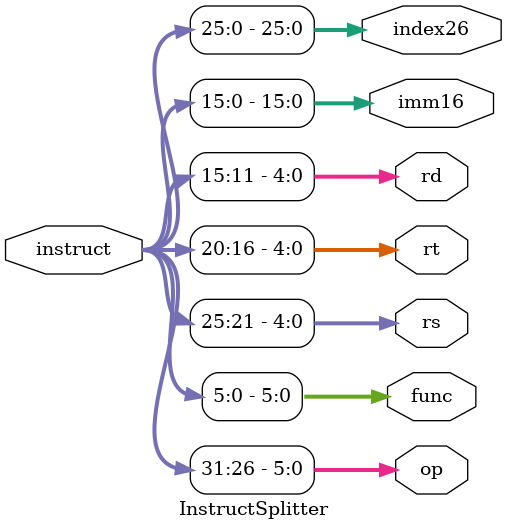
<source format=v>
`timescale 1ns / 1ps
module InstructSplitter(
    input [31:0] instruct,
    output [5:0] op,
    output [5:0] func,
    output [4:0] rs,
    output [4:0] rt,
    output [4:0] rd,
    output [15:0] imm16,
    output [25:0] index26
    );

    assign op = instruct[31:26];
    assign func = instruct[5:0];
    assign rs = instruct[25:21];
    assign rt = instruct[20:16];
    assign rd = instruct[15:11];
    assign imm16 = instruct[15:0];
    assign index26 = instruct[25:0];


endmodule

</source>
